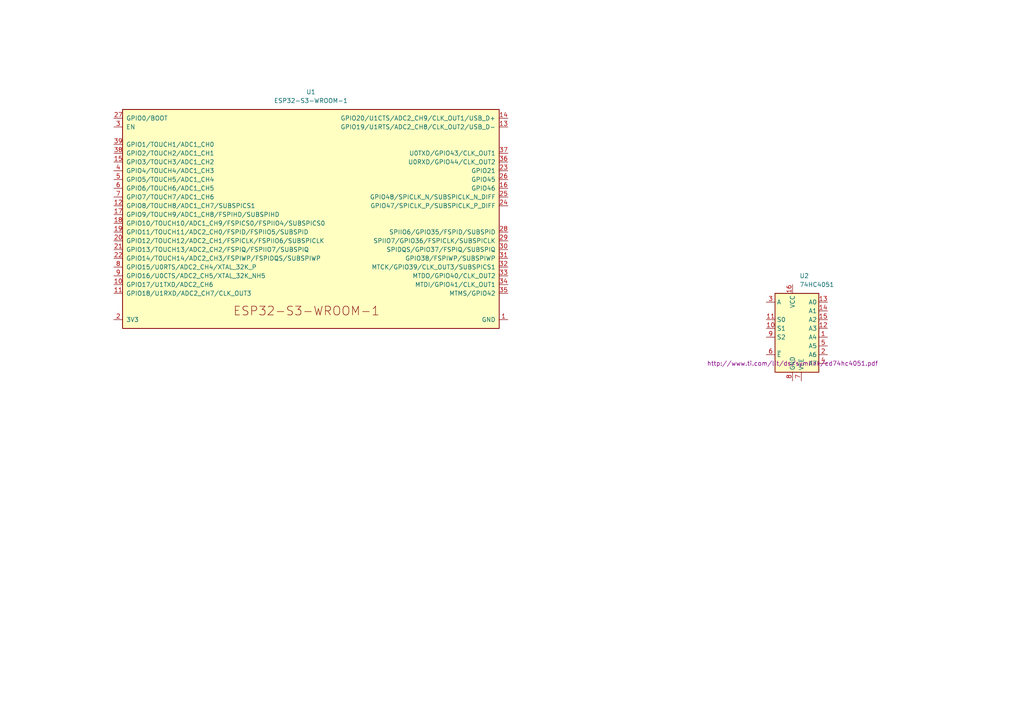
<source format=kicad_sch>
(kicad_sch (version 20211123) (generator eeschema)
  (paper "A4")
  (lib_symbols
    (symbol "74xx:74HC4051"
      (property "Reference" "U" (at -5.08 11.43 0))
      (property "Value" "74HC4051" (at -7.62 -13.97 0))
      (symbol "74HC4051_0_1"
        (rectangle (start -5.08 10.16) (end 7.62 -12.7) (stroke (width 0.254)) (fill (type background)))
      )
      (symbol "74HC4051_1_1"
        (pin passive line (at 10.16 -2.54 180) (length 2.54) (name "A4") (number "1"))
        (pin input line (at -7.62 0 0) (length 2.54) (name "S1") (number "10"))
        (pin input line (at -7.62 2.54 0) (length 2.54) (name "S0") (number "11"))
        (pin passive line (at 10.16 0 180) (length 2.54) (name "A3") (number "12"))
        (pin passive line (at 10.16 7.62 180) (length 2.54) (name "A0") (number "13"))
        (pin passive line (at 10.16 5.08 180) (length 2.54) (name "A1") (number "14"))
        (pin passive line (at 10.16 2.54 180) (length 2.54) (name "A2") (number "15"))
        (pin power_in line (at 0 12.7 270) (length 2.54) (name "VCC") (number "16"))
        (pin passive line (at 10.16 -7.62 180) (length 2.54) (name "A6") (number "2"))
        (pin passive line (at -7.62 7.62 0) (length 2.54) (name "A") (number "3"))
        (pin passive line (at 10.16 -10.16 180) (length 2.54) (name "A7") (number "4"))
        (pin passive line (at 10.16 -5.08 180) (length 2.54) (name "A5") (number "5"))
        (pin input line (at -7.62 -7.62 0) (length 2.54) (name "~{E}") (number "6"))
        (pin power_in line (at 2.54 -15.24 90) (length 2.54) (name "VEE") (number "7"))
        (pin power_in line (at 0 -15.24 90) (length 2.54) (name "GND") (number "8"))
        (pin input line (at -7.62 -2.54 0) (length 2.54) (name "S2") (number "9"))
      )
    )
    (symbol "Espressif:ESP32-S3-WROOM-1" (pin_names (offset 1.016))
      (property "Reference" "U" (at -53.34 38.1 0))
      (property "Value" "ESP32-S3-WROOM-1" (at -53.34 35.56 0))
      (symbol "ESP32-S3-WROOM-1_0_0"
        (rectangle (start -53.34 33.02) (end 55.88 -30.48) (stroke (width 0.254)) (fill (type background)))
        (text "ESP32-S3-WROOM-1" (at 0 -25.4 0) (effects (font (size 2.54 2.54))))
        (pin power_in line (at 58.42 -27.94 180) (length 2.54) (name "GND") (number "1"))
        (pin bidirectional line (at -55.88 -17.78 0) (length 2.54) (name "GPIO17/U1TXD/ADC2_CH6") (number "10"))
        (pin bidirectional line (at -55.88 -20.32 0) (length 2.54) (name "GPIO18/U1RXD/ADC2_CH7/CLK_OUT3") (number "11"))
        (pin bidirectional line (at -55.88 5.08 0) (length 2.54) (name "GPIO8/TOUCH8/ADC1_CH7/SUBSPICS1") (number "12"))
        (pin bidirectional line (at 58.42 27.94 180) (length 2.54) (name "GPIO19/U1RTS/ADC2_CH8/CLK_OUT2/USB_D-") (number "13"))
        (pin bidirectional line (at 58.42 30.48 180) (length 2.54) (name "GPIO20/U1CTS/ADC2_CH9/CLK_OUT1/USB_D+") (number "14"))
        (pin bidirectional line (at -55.88 17.78 0) (length 2.54) (name "GPIO3/TOUCH3/ADC1_CH2") (number "15"))
        (pin bidirectional line (at 58.42 10.16 180) (length 2.54) (name "GPIO46") (number "16"))
        (pin bidirectional line (at -55.88 2.54 0) (length 2.54) (name "GPIO9/TOUCH9/ADC1_CH8/FSPIHD/SUBSPIHD") (number "17"))
        (pin bidirectional line (at -55.88 0 0) (length 2.54) (name "GPIO10/TOUCH10/ADC1_CH9/FSPICS0/FSPIIO4/SUBSPICS0") (number "18"))
        (pin bidirectional line (at -55.88 -2.54 0) (length 2.54) (name "GPIO11/TOUCH11/ADC2_CH0/FSPID/FSPIIO5/SUBSPID") (number "19"))
        (pin power_in line (at -55.88 -27.94 0) (length 2.54) (name "3V3") (number "2"))
        (pin bidirectional line (at -55.88 -5.08 0) (length 2.54) (name "GPIO12/TOUCH12/ADC2_CH1/FSPICLK/FSPIIO6/SUBSPICLK") (number "20"))
        (pin bidirectional line (at -55.88 -7.62 0) (length 2.54) (name "GPIO13/TOUCH13/ADC2_CH2/FSPIQ/FSPIIO7/SUBSPIQ") (number "21"))
        (pin bidirectional line (at -55.88 -10.16 0) (length 2.54) (name "GPIO14/TOUCH14/ADC2_CH3/FSPIWP/FSPIDQS/SUBSPIWP") (number "22"))
        (pin bidirectional line (at 58.42 15.24 180) (length 2.54) (name "GPIO21") (number "23"))
        (pin bidirectional line (at 58.42 5.08 180) (length 2.54) (name "GPIO47/SPICLK_P/SUBSPICLK_P_DIFF") (number "24"))
        (pin bidirectional line (at 58.42 7.62 180) (length 2.54) (name "GPIO48/SPICLK_N/SUBSPICLK_N_DIFF") (number "25"))
        (pin bidirectional line (at 58.42 12.7 180) (length 2.54) (name "GPIO45") (number "26"))
        (pin bidirectional line (at -55.88 30.48 0) (length 2.54) (name "GPIO0/BOOT") (number "27"))
        (pin bidirectional line (at 58.42 -2.54 180) (length 2.54) (name "SPIIO6/GPIO35/FSPID/SUBSPID") (number "28"))
        (pin bidirectional line (at 58.42 -5.08 180) (length 2.54) (name "SPIIO7/GPIO36/FSPICLK/SUBSPICLK") (number "29"))
        (pin input line (at -55.88 27.94 0) (length 2.54) (name "EN") (number "3"))
        (pin bidirectional line (at 58.42 -7.62 180) (length 2.54) (name "SPIDQS/GPIO37/FSPIQ/SUBSPIQ") (number "30"))
        (pin bidirectional line (at 58.42 -10.16 180) (length 2.54) (name "GPIO38/FSPIWP/SUBSPIWP") (number "31"))
        (pin bidirectional line (at 58.42 -12.7 180) (length 2.54) (name "MTCK/GPIO39/CLK_OUT3/SUBSPICS1") (number "32"))
        (pin bidirectional line (at 58.42 -15.24 180) (length 2.54) (name "MTDO/GPIO40/CLK_OUT2") (number "33"))
        (pin bidirectional line (at 58.42 -17.78 180) (length 2.54) (name "MTDI/GPIO41/CLK_OUT1") (number "34"))
        (pin bidirectional line (at 58.42 -20.32 180) (length 2.54) (name "MTMS/GPIO42") (number "35"))
        (pin bidirectional line (at 58.42 17.78 180) (length 2.54) (name "U0RXD/GPIO44/CLK_OUT2") (number "36"))
        (pin bidirectional line (at 58.42 20.32 180) (length 2.54) (name "U0TXD/GPIO43/CLK_OUT1") (number "37"))
        (pin bidirectional line (at -55.88 20.32 0) (length 2.54) (name "GPIO2/TOUCH2/ADC1_CH1") (number "38"))
        (pin bidirectional line (at -55.88 22.86 0) (length 2.54) (name "GPIO1/TOUCH1/ADC1_CH0") (number "39"))
        (pin bidirectional line (at -55.88 15.24 0) (length 2.54) (name "GPIO4/TOUCH4/ADC1_CH3") (number "4"))
        (pin passive line (at 58.42 -27.94 180) (length 2.54) hide (name "GND") (number "40"))
        (pin passive line (at 58.42 -27.94 180) (length 2.54) hide (name "GND") (number "41"))
        (pin bidirectional line (at -55.88 12.7 0) (length 2.54) (name "GPIO5/TOUCH5/ADC1_CH4") (number "5"))
        (pin bidirectional line (at -55.88 10.16 0) (length 2.54) (name "GPIO6/TOUCH6/ADC1_CH5") (number "6"))
        (pin bidirectional line (at -55.88 7.62 0) (length 2.54) (name "GPIO7/TOUCH7/ADC1_CH6") (number "7"))
        (pin bidirectional line (at -55.88 -12.7 0) (length 2.54) (name "GPIO15/U0RTS/ADC2_CH4/XTAL_32K_P") (number "8"))
        (pin bidirectional line (at -55.88 -15.24 0) (length 2.54) (name "GPIO16/U0CTS/ADC2_CH5/XTAL_32K_NH5") (number "9"))
      )
    )
  )
  (symbol (lib_id "Espressif:ESP32-S3-WROOM-1") (at 88.9 64.77 0) (unit 1)
    (property "Reference" "U1" (at 90.17 26.67 0))
    (property "Value" "ESP32-S3-WROOM-1" (at 90.17 29.21 0))
    (property "Footprint" "Espressif:ESP32-S3-WROOM-1" (effects hide))
    (property "Datasheet" "https://www.espressif.com/sites/default/files/documentation/esp32-s3-wroom-1_wroom-1u_datasheet_en.pdf" (effects hide))
  )
  (symbol (lib_id "74xx:74HC4051") (at 229.87 95.25 0) (unit 1)
    (property "Reference" "U2" (at 231.8894 80.01 0) (effects (justify left)))
    (property "Value" "74HC4051" (at 231.8894 82.55 0) (effects (justify left)))
    (property "Datasheet" "http://www.ti.com/lit/ds/symlink/cd74hc4051.pdf" (at 229.87 105.41 0))
  )
)
</source>
